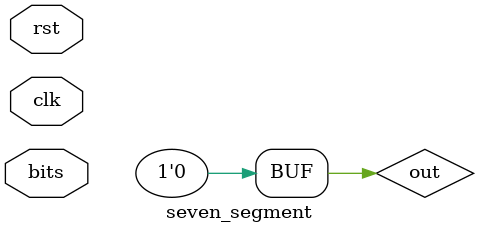
<source format=v>
module seven_segment (
    input clk,  // clock
    input rst,  // reset
    input[23:0] bits // bits / leds
  );

  /* Combinational Logic */
  always @* begin
    out = 0;
  end
  
  /* Sequential Logic */
  always @(posedge clk) begin
    if (rst) begin
      // Add flip-flop reset values here
    end else begin
      // Add flip-flop q <= d statements here
    end
  end
  
endmodule

</source>
